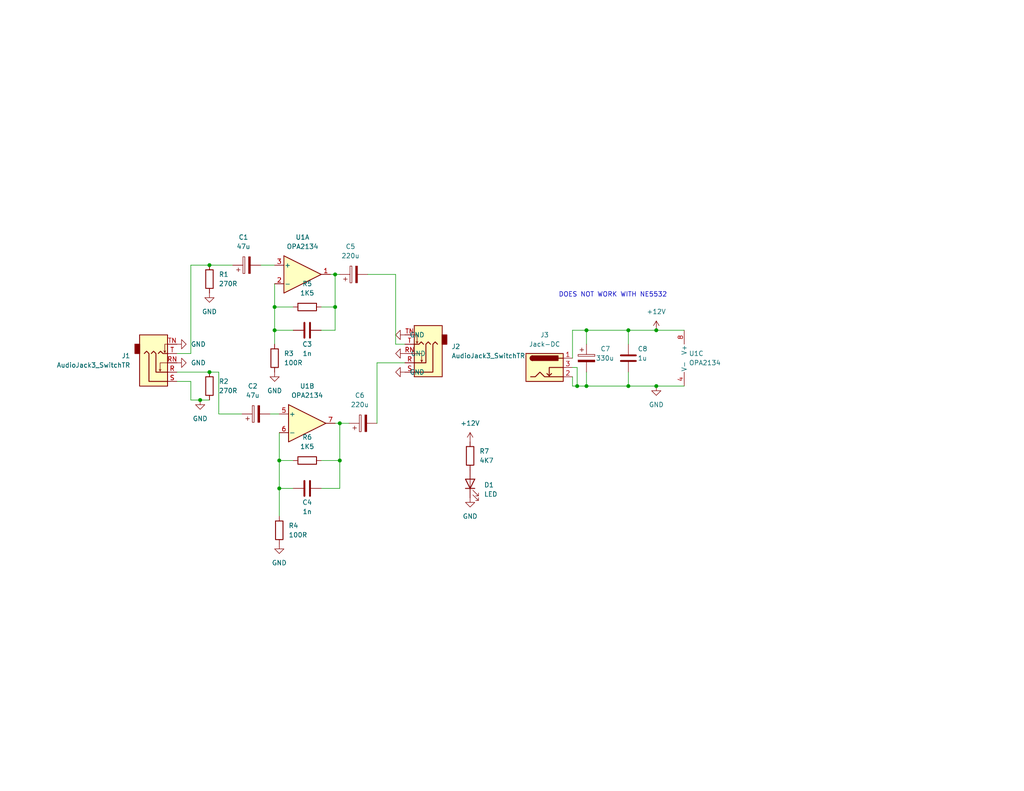
<source format=kicad_sch>
(kicad_sch (version 20211123) (generator eeschema)
  (paper "USLetter")
  (title_block (title "RMoy Headphone Amplifier") (rev "A"))
  (lib_symbols
    (symbol "Amplifier_Operational:OPA2134" (pin_names (offset 0.127))
      (property "Reference" "U" (at 0 5.08 0))
      (property "Value" "OPA2134" (at 0 -5.08 0))
      (symbol "OPA2134_1_1"
        (polyline (pts (xy -5.08 5.08) (xy 5.08 0) (xy -5.08 -5.08) (xy -5.08 5.08)) (stroke (width 0.254)) (fill (type background)))
        (pin output line (at 7.62 0 180) (length 2.54) (name "~") (number "1"))
        (pin input line (at -7.62 -2.54 0) (length 2.54) (name "-") (number "2"))
        (pin input line (at -7.62 2.54 0) (length 2.54) (name "+") (number "3"))
      )
      (symbol "OPA2134_2_1"
        (polyline (pts (xy -5.08 5.08) (xy 5.08 0) (xy -5.08 -5.08) (xy -5.08 5.08)) (stroke (width 0.254)) (fill (type background)))
        (pin input line (at -7.62 2.54 0) (length 2.54) (name "+") (number "5"))
        (pin input line (at -7.62 -2.54 0) (length 2.54) (name "-") (number "6"))
        (pin output line (at 7.62 0 180) (length 2.54) (name "~") (number "7"))
      )
      (symbol "OPA2134_3_1"
        (pin power_in line (at -2.54 -7.62 90) (length 3.81) (name "V-") (number "4"))
        (pin power_in line (at -2.54 7.62 270) (length 3.81) (name "V+") (number "8"))
      )
    )
    (symbol "Connector:AudioJack3_SwitchTR"
      (property "Reference" "J" (at 0 8.89 0))
      (property "Value" "AudioJack3_SwitchTR" (at 0 6.35 0))
      (symbol "AudioJack3_SwitchTR_0_1"
        (rectangle (start -5.08 -5.08) (end -6.35 -7.62) (stroke (width 0.254)) (fill (type outline)))
        (polyline (pts (xy 0.508 -0.254) (xy 0.762 -0.762)))
        (polyline (pts (xy 1.778 -5.334) (xy 2.032 -5.842)))
        (polyline (pts (xy 0 -5.08) (xy 0.635 -5.715) (xy 1.27 -5.08) (xy 2.54 -5.08)) (stroke (width 0.254)))
        (polyline (pts (xy 2.54 -7.62) (xy 1.778 -7.62) (xy 1.778 -5.334) (xy 1.524 -5.842)))
        (polyline (pts (xy 2.54 -2.54) (xy 0.508 -2.54) (xy 0.508 -0.254) (xy 0.254 -0.762)))
        (polyline (pts (xy -1.905 -5.08) (xy -1.27 -5.715) (xy -0.635 -5.08) (xy -0.635 0) (xy 2.54 0)) (stroke (width 0.254)))
        (polyline (pts (xy 2.54 2.54) (xy -2.54 2.54) (xy -2.54 -5.08) (xy -3.175 -5.715) (xy -3.81 -5.08)) (stroke (width 0.254)))
        (rectangle (start 2.54 3.81) (end -5.08 -10.16) (stroke (width 0.254)) (fill (type background)))
      )
      (symbol "AudioJack3_SwitchTR_1_1"
        (pin passive line (at 5.08 0 180) (length 2.54) (name "~") (number "R"))
        (pin passive line (at 5.08 -2.54 180) (length 2.54) (name "~") (number "RN"))
        (pin passive line (at 5.08 2.54 180) (length 2.54) (name "~") (number "S"))
        (pin passive line (at 5.08 -5.08 180) (length 2.54) (name "~") (number "T"))
        (pin passive line (at 5.08 -7.62 180) (length 2.54) (name "~") (number "TN"))
      )
    )
    (symbol "Connector:Barrel_Jack_Switch" (pin_names hide)
      (property "Reference" "J" (at 0 5.334 0))
      (property "Value" "Barrel_Jack_Switch" (at 0 -5.08 0))
      (symbol "Barrel_Jack_Switch_0_1"
        (rectangle (start -5.08 3.81) (end 5.08 -3.81) (stroke (width 0.254)) (fill (type background)))
        (arc (start -3.302 3.175) (mid -3.937 2.54) (end -3.302 1.905) (stroke (width 0.254)))
        (arc (start -3.302 3.175) (mid -3.937 2.54) (end -3.302 1.905) (stroke (width 0.254)) (fill (type outline)))
        (polyline (pts (xy 1.27 -2.286) (xy 1.905 -1.651)) (stroke (width 0.254)))
        (polyline (pts (xy 5.08 2.54) (xy 3.81 2.54)) (stroke (width 0.254)))
        (polyline (pts (xy 5.08 0) (xy 1.27 0) (xy 1.27 -2.286) (xy 0.635 -1.651)) (stroke (width 0.254)))
        (polyline (pts (xy -3.81 -2.54) (xy -2.54 -2.54) (xy -1.27 -1.27) (xy 0 -2.54) (xy 2.54 -2.54) (xy 5.08 -2.54)) (stroke (width 0.254)))
        (rectangle (start 3.683 3.175) (end -3.302 1.905) (stroke (width 0.254)) (fill (type outline)))
      )
      (symbol "Barrel_Jack_Switch_1_1"
        (pin passive line (at 7.62 2.54 180) (length 2.54) (name "~") (number "1"))
        (pin passive line (at 7.62 -2.54 180) (length 2.54) (name "~") (number "2"))
        (pin passive line (at 7.62 0 180) (length 2.54) (name "~") (number "3"))
      )
    )
    (symbol "Device:C" (pin_numbers hide) (pin_names (offset 0.254))
      (property "Reference" "C" (at 0.635 2.54 0))
      (property "Value" "C" (at 0.635 -2.54 0))
      (symbol "C_0_1"
        (polyline (pts (xy -2.032 -0.762) (xy 2.032 -0.762)) (stroke (width 0.508)))
        (polyline (pts (xy -2.032 0.762) (xy 2.032 0.762)) (stroke (width 0.508)))
      )
      (symbol "C_1_1"
        (pin passive line (at 0 3.81 270) (length 2.794) (name "~") (number "1"))
        (pin passive line (at 0 -3.81 90) (length 2.794) (name "~") (number "2"))
      )
    )
    (symbol "Device:C_Polarized" (pin_numbers hide) (pin_names (offset 0.254))
      (property "Reference" "C" (at 0.635 2.54 0))
      (property "Value" "C_Polarized" (at 0.635 -2.54 0))
      (symbol "C_Polarized_0_1"
        (rectangle (start -2.286 0.508) (end 2.286 1.016))
        (polyline (pts (xy -1.778 2.286) (xy -0.762 2.286)))
        (polyline (pts (xy -1.27 2.794) (xy -1.27 1.778)))
        (rectangle (start 2.286 -0.508) (end -2.286 -1.016) (fill (type outline)))
      )
      (symbol "C_Polarized_1_1"
        (pin passive line (at 0 3.81 270) (length 2.794) (name "~") (number "1"))
        (pin passive line (at 0 -3.81 90) (length 2.794) (name "~") (number "2"))
      )
    )
    (symbol "Device:LED" (pin_numbers hide) (pin_names (offset 1.016) hide)
      (property "Reference" "D" (at 0 2.54 0))
      (property "Value" "LED" (at 0 -2.54 0))
      (symbol "LED_0_1"
        (polyline (pts (xy -1.27 -1.27) (xy -1.27 1.27)) (stroke (width 0.254)))
        (polyline (pts (xy -1.27 0) (xy 1.27 0)))
        (polyline (pts (xy 1.27 -1.27) (xy 1.27 1.27) (xy -1.27 0) (xy 1.27 -1.27)) (stroke (width 0.254)))
        (polyline (pts (xy -3.048 -0.762) (xy -4.572 -2.286) (xy -3.81 -2.286) (xy -4.572 -2.286) (xy -4.572 -1.524)))
        (polyline (pts (xy -1.778 -0.762) (xy -3.302 -2.286) (xy -2.54 -2.286) (xy -3.302 -2.286) (xy -3.302 -1.524)))
      )
      (symbol "LED_1_1"
        (pin passive line (at -3.81 0 0) (length 2.54) (name "K") (number "1"))
        (pin passive line (at 3.81 0 180) (length 2.54) (name "A") (number "2"))
      )
    )
    (symbol "Device:R" (pin_numbers hide) (pin_names (offset 0))
      (property "Reference" "R" (at 2.032 0 90))
      (property "Value" "R" (at 0 0 90))
      (symbol "R_0_1"
        (rectangle (start -1.016 -2.54) (end 1.016 2.54) (stroke (width 0.254)))
      )
      (symbol "R_1_1"
        (pin passive line (at 0 3.81 270) (length 1.27) (name "~") (number "1"))
        (pin passive line (at 0 -3.81 90) (length 1.27) (name "~") (number "2"))
      )
    )
    (symbol "power:+12V" (power) (pin_names (offset 0))
      (property "Value" "+12V" (at 0 3.556 0))
      (symbol "+12V_0_1"
        (polyline (pts (xy -0.762 1.27) (xy 0 2.54)))
        (polyline (pts (xy 0 0) (xy 0 2.54)))
        (polyline (pts (xy 0 2.54) (xy 0.762 1.27)))
      )
      (symbol "+12V_1_1"
        (pin power_in line (at 0 0 90) (length 0) hide (name "+12V") (number "1"))
      )
    )
    (symbol "power:GND" (power) (pin_names (offset 0))
      (property "Value" "GND" (at 0 -3.81 0))
      (symbol "GND_0_1"
        (polyline (pts (xy 0 0) (xy 0 -1.27) (xy 1.27 -1.27) (xy 0 -2.54) (xy -1.27 -1.27) (xy 0 -1.27)))
      )
      (symbol "GND_1_1"
        (pin power_in line (at 0 0 270) (length 0) hide (name "GND") (number "1"))
      )
    )
  )
  (junction (at 54.61 109.22))
  (junction (at 179.07 90.17))
  (junction (at 171.45 90.17))
  (junction (at 160.02 105.41))
  (junction (at 92.71 115.57))
  (junction (at 76.2 133.35))
  (junction (at 171.45 105.41))
  (junction (at 92.71 125.73))
  (junction (at 91.44 83.82))
  (junction (at 179.07 105.41))
  (junction (at 57.15 72.39))
  (junction (at 160.02 90.17))
  (junction (at 74.93 83.82))
  (junction (at 157.48 105.41))
  (junction (at 57.15 101.6))
  (junction (at 74.93 90.17))
  (junction (at 76.2 125.73))
  (junction (at 91.44 74.93))
  (wire (pts (xy 74.93 83.82) (xy 74.93 77.47)))
  (wire (pts (xy 179.07 105.41) (xy 171.45 105.41)))
  (wire (pts (xy 91.44 83.82) (xy 87.63 83.82)))
  (wire (pts (xy 157.48 105.41) (xy 160.02 105.41)))
  (wire (pts (xy 156.21 90.17) (xy 156.21 97.79)))
  (wire (pts (xy 48.26 96.52) (xy 52.07 96.52)))
  (wire (pts (xy 57.15 72.39) (xy 52.07 72.39)))
  (wire (pts (xy 71.12 72.39) (xy 74.93 72.39)))
  (wire (pts (xy 186.69 105.41) (xy 179.07 105.41)))
  (wire (pts (xy 91.44 74.93) (xy 91.44 83.82)))
  (wire (pts (xy 74.93 90.17) (xy 74.93 93.98)))
  (wire (pts (xy 91.44 115.57) (xy 92.71 115.57)))
  (wire (pts (xy 107.95 93.98) (xy 110.49 93.98)))
  (wire (pts (xy 160.02 101.6) (xy 160.02 105.41)))
  (wire (pts (xy 54.61 109.22) (xy 57.15 109.22)))
  (wire (pts (xy 48.26 104.14) (xy 52.07 104.14)))
  (wire (pts (xy 156.21 105.41) (xy 157.48 105.41)))
  (wire (pts (xy 92.71 115.57) (xy 92.71 125.73)))
  (wire (pts (xy 59.69 113.03) (xy 66.04 113.03)))
  (wire (pts (xy 102.87 99.06) (xy 110.49 99.06)))
  (wire (pts (xy 76.2 133.35) (xy 76.2 140.97)))
  (wire (pts (xy 80.01 83.82) (xy 74.93 83.82)))
  (wire (pts (xy 76.2 125.73) (xy 76.2 133.35)))
  (wire (pts (xy 57.15 101.6) (xy 59.69 101.6)))
  (wire (pts (xy 91.44 83.82) (xy 91.44 90.17)))
  (wire (pts (xy 48.26 101.6) (xy 57.15 101.6)))
  (wire (pts (xy 171.45 90.17) (xy 179.07 90.17)))
  (wire (pts (xy 160.02 90.17) (xy 171.45 90.17)))
  (wire (pts (xy 52.07 109.22) (xy 54.61 109.22)))
  (wire (pts (xy 92.71 125.73) (xy 87.63 125.73)))
  (wire (pts (xy 52.07 72.39) (xy 52.07 96.52)))
  (wire (pts (xy 102.87 99.06) (xy 102.87 115.57)))
  (wire (pts (xy 107.95 74.93) (xy 107.95 93.98)))
  (wire (pts (xy 171.45 90.17) (xy 171.45 93.98)))
  (wire (pts (xy 76.2 125.73) (xy 76.2 118.11)))
  (wire (pts (xy 171.45 105.41) (xy 171.45 101.6)))
  (wire (pts (xy 100.33 74.93) (xy 107.95 74.93)))
  (wire (pts (xy 91.44 90.17) (xy 87.63 90.17)))
  (wire (pts (xy 87.63 133.35) (xy 92.71 133.35)))
  (wire (pts (xy 52.07 104.14) (xy 52.07 109.22)))
  (wire (pts (xy 157.48 100.33) (xy 157.48 105.41)))
  (wire (pts (xy 80.01 125.73) (xy 76.2 125.73)))
  (wire (pts (xy 80.01 90.17) (xy 74.93 90.17)))
  (wire (pts (xy 91.44 74.93) (xy 92.71 74.93)))
  (wire (pts (xy 59.69 101.6) (xy 59.69 113.03)))
  (wire (pts (xy 76.2 133.35) (xy 80.01 133.35)))
  (wire (pts (xy 160.02 105.41) (xy 171.45 105.41)))
  (wire (pts (xy 74.93 90.17) (xy 74.93 83.82)))
  (wire (pts (xy 156.21 105.41) (xy 156.21 102.87)))
  (wire (pts (xy 156.21 100.33) (xy 157.48 100.33)))
  (wire (pts (xy 92.71 133.35) (xy 92.71 125.73)))
  (wire (pts (xy 73.66 113.03) (xy 76.2 113.03)))
  (wire (pts (xy 57.15 72.39) (xy 63.5 72.39)))
  (wire (pts (xy 156.21 90.17) (xy 160.02 90.17)))
  (wire (pts (xy 92.71 115.57) (xy 95.25 115.57)))
  (wire (pts (xy 179.07 90.17) (xy 186.69 90.17)))
  (wire (pts (xy 160.02 90.17) (xy 160.02 93.98)))
  (wire (pts (xy 90.17 74.93) (xy 91.44 74.93)))
  (text "DOES NOT WORK WITH NE5532" (at 152.4 81.28 0) (effects (font (size 1.27 1.27)) (justify left bottom)))
  (symbol (lib_id "Device:C_Polarized") (at 160.02 97.79 0) (unit 1)
    (property "Reference" "C7" (at 163.83 95.25 0) (effects (justify left)))
    (property "Value" "330u" (at 162.56 97.79 0) (effects (justify left)))
    (property "Footprint" "Capacitor_THT:CP_Radial_D10.0mm_P5.00mm" (effects hide))
  )
  (symbol (lib_id "Device:R") (at 57.15 76.2 0) (unit 1)
    (property "Reference" "R1" (at 59.69 74.9299 0) (effects (justify left)))
    (property "Value" "270R" (at 59.69 77.4699 0) (effects (justify left)))
    (property "Footprint" "Resistor_THT:R_Axial_DIN0207_L6.3mm_D2.5mm_P10.16mm_Horizontal" (effects hide))
  )
  (symbol (lib_id "Device:C_Polarized") (at 67.31 72.39 90) (unit 1)
    (property "Reference" "C1" (at 66.421 64.77 90))
    (property "Value" "47u" (at 66.421 67.31 90))
    (property "Footprint" "Capacitor_THT:CP_Radial_D5.0mm_P2.00mm" (effects hide))
  )
  (symbol (lib_id "power:GND") (at 179.07 105.41 0) (unit 1)
    (property "Reference" "#PWR07" (effects hide))
    (property "Value" "GND" (at 179.07 110.49 0))
  )
  (symbol (lib_id "Device:C_Polarized") (at 96.52 74.93 90) (unit 1)
    (property "Reference" "C5" (at 95.631 67.31 90))
    (property "Value" "220u" (at 95.631 69.85 90))
    (property "Footprint" "Capacitor_THT:CP_Radial_D8.0mm_P3.50mm" (effects hide))
  )
  (symbol (lib_id "power:GND") (at 74.93 101.6 0) (unit 1)
    (property "Reference" "#PWR03" (effects hide))
    (property "Value" "GND" (at 74.93 106.68 0))
  )
  (symbol (lib_id "Device:C") (at 171.45 97.79 180) (unit 1)
    (property "Reference" "C8" (at 173.99 95.25 0) (effects (justify right)))
    (property "Value" "1u" (at 173.99 97.79 0) (effects (justify right)))
    (property "Footprint" "Capacitor_THT:C_Rect_L4.6mm_W5.5mm_P2.50mm_MKS02_FKP02" (effects hide))
  )
  (symbol (lib_id "Device:C") (at 83.82 133.35 90) (unit 1)
    (property "Reference" "C4" (at 83.82 137.16 90))
    (property "Value" "1n" (at 83.82 139.7 90))
    (property "Footprint" "Capacitor_THT:C_Rect_L7.2mm_W2.5mm_P5.00mm_FKS2_FKP2_MKS2_MKP2" (effects hide))
  )
  (symbol (lib_id "power:GND") (at 76.2 148.59 0) (unit 1)
    (property "Reference" "#PWR04" (effects hide))
    (property "Value" "GND" (at 76.2 153.67 0))
  )
  (symbol (lib_id "Device:LED") (at 128.27 132.08 90) (unit 1)
    (property "Reference" "D1" (at 132.08 132.3974 90) (effects (justify right)))
    (property "Value" "LED" (at 132.08 134.9374 90) (effects (justify right)))
    (property "Footprint" "LED_THT:LED_D5.0mm" (effects hide))
  )
  (symbol (lib_id "Connector:AudioJack3_SwitchTR") (at 115.57 99.06 180) (unit 1)
    (property "Reference" "J2" (at 123.19 94.6149 0) (effects (justify right)))
    (property "Value" "AudioJack3_SwitchTR" (at 123.19 97.1549 0) (effects (justify right)))
    (property "Footprint" "Connector_Audio:Jack_3.5mm_CUI_SJ1-3535NG_Horizontal_CircularHoles" (effects hide))
  )
  (symbol (lib_id "Device:R") (at 83.82 83.82 270) (unit 1)
    (property "Reference" "R5" (at 83.82 77.47 90))
    (property "Value" "1K5" (at 83.82 80.01 90))
    (property "Footprint" "Resistor_THT:R_Axial_DIN0207_L6.3mm_D2.5mm_P10.16mm_Horizontal" (effects hide))
  )
  (symbol (lib_id "Connector:Barrel_Jack_Switch") (at 148.59 100.33 0) (unit 1)
    (property "Reference" "J3" (at 148.59 91.44 0))
    (property "Value" "Jack-DC" (at 148.59 93.98 0))
    (property "Footprint" "Connector_BarrelJack:BarrelJack_CUI_PJ-102AH_Horizontal" (effects hide))
  )
  (symbol (lib_id "power:GND") (at 110.49 91.44 270) (unit 1)
    (property "Reference" "#PWR010" (effects hide))
    (property "Value" "GND" (at 111.76 91.4399 90) (effects (justify left)))
  )
  (symbol (lib_id "power:GND") (at 110.49 101.6 270) (unit 1)
    (property "Reference" "#PWR011" (effects hide))
    (property "Value" "GND" (at 111.76 101.5999 90) (effects (justify left)))
  )
  (symbol (lib_id "Device:C") (at 83.82 90.17 90) (unit 1)
    (property "Reference" "C3" (at 83.82 93.98 90))
    (property "Value" "1n" (at 83.82 96.52 90))
    (property "Footprint" "Capacitor_THT:C_Rect_L7.2mm_W2.5mm_P5.00mm_FKS2_FKP2_MKS2_MKP2" (effects hide))
  )
  (symbol (lib_id "power:GND") (at 128.27 135.89 0) (unit 1)
    (property "Reference" "#PWR013" (effects hide))
    (property "Value" "GND" (at 128.27 140.97 0))
  )
  (symbol (lib_id "Device:R") (at 76.2 144.78 0) (unit 1)
    (property "Reference" "R4" (at 78.74 143.5099 0) (effects (justify left)))
    (property "Value" "100R" (at 78.74 146.0499 0) (effects (justify left)))
    (property "Footprint" "Resistor_THT:R_Axial_DIN0207_L6.3mm_D2.5mm_P10.16mm_Horizontal" (effects hide))
  )
  (symbol (lib_id "power:GND") (at 57.15 80.01 0) (unit 1)
    (property "Reference" "#PWR02" (effects hide))
    (property "Value" "GND" (at 57.15 85.09 0))
  )
  (symbol (lib_id "Connector:AudioJack3_SwitchTR") (at 43.18 101.6 0) (mirror x) (unit 1)
    (property "Reference" "J1" (at 35.56 97.1549 0) (effects (justify right)))
    (property "Value" "AudioJack3_SwitchTR" (at 35.56 99.6949 0) (effects (justify right)))
    (property "Footprint" "Connector_Audio:Jack_3.5mm_CUI_SJ1-3535NG_Horizontal_CircularHoles" (effects hide))
  )
  (symbol (lib_id "Device:R") (at 57.15 105.41 0) (unit 1)
    (property "Reference" "R2" (at 59.69 104.1399 0) (effects (justify left)))
    (property "Value" "270R" (at 59.69 106.6799 0) (effects (justify left)))
    (property "Footprint" "Resistor_THT:R_Axial_DIN0207_L6.3mm_D2.5mm_P10.16mm_Horizontal" (effects hide))
  )
  (symbol (lib_id "power:GND") (at 110.49 96.52 270) (unit 1)
    (property "Reference" "#PWR09" (effects hide))
    (property "Value" "GND" (at 112.0733 96.5199 90) (effects (justify left)))
  )
  (symbol (lib_id "Device:C_Polarized") (at 99.06 115.57 90) (unit 1)
    (property "Reference" "C6" (at 98.171 107.95 90))
    (property "Value" "220u" (at 98.171 110.49 90))
    (property "Footprint" "Capacitor_THT:CP_Radial_D8.0mm_P3.50mm" (effects hide))
  )
  (symbol (lib_id "Device:R") (at 74.93 97.79 180) (unit 1)
    (property "Reference" "R3" (at 77.47 96.5199 0) (effects (justify right)))
    (property "Value" "100R" (at 77.47 99.0599 0) (effects (justify right)))
    (property "Footprint" "Resistor_THT:R_Axial_DIN0207_L6.3mm_D2.5mm_P10.16mm_Horizontal" (effects hide))
  )
  (symbol (lib_id "power:GND") (at 48.26 99.06 90) (unit 1)
    (property "Reference" "#PWR08" (effects hide))
    (property "Value" "GND" (at 52.07 99.0599 90) (effects (justify right)))
  )
  (symbol (lib_id "power:GND") (at 48.26 93.98 90) (unit 1)
    (property "Reference" "#PWR05" (effects hide))
    (property "Value" "GND" (at 52.07 93.9799 90) (effects (justify right)))
  )
  (symbol (lib_id "Device:R") (at 83.82 125.73 270) (unit 1)
    (property "Reference" "R6" (at 83.82 119.38 90))
    (property "Value" "1K5" (at 83.82 121.92 90))
    (property "Footprint" "Resistor_THT:R_Axial_DIN0207_L6.3mm_D2.5mm_P10.16mm_Horizontal" (effects hide))
  )
  (symbol (lib_id "power:GND") (at 54.61 109.22 0) (unit 1)
    (property "Reference" "#PWR01" (effects hide))
    (property "Value" "GND" (at 54.61 114.3 0))
  )
  (symbol (lib_id "Amplifier_Operational:OPA2134") (at 82.55 74.93 0) (unit 1)
    (property "Reference" "U1" (at 82.55 64.77 0))
    (property "Value" "OPA2134" (at 82.55 67.31 0))
    (property "Footprint" "Package_DIP:DIP-8_W7.62mm_Socket" (effects hide))
    (property "Datasheet" "http://www.ti.com/lit/ds/symlink/opa134.pdf" (effects hide))
  )
  (symbol (lib_id "Amplifier_Operational:OPA2134") (at 83.82 115.57 0) (unit 2)
    (property "Reference" "U1" (at 83.82 105.41 0))
    (property "Value" "OPA2134" (at 83.82 107.95 0))
    (property "Footprint" "Package_DIP:DIP-8_W7.62mm_Socket" (effects hide))
    (property "Datasheet" "http://www.ti.com/lit/ds/symlink/opa134.pdf" (effects hide))
  )
  (symbol (lib_id "Device:R") (at 128.27 124.46 0) (unit 1)
    (property "Reference" "R7" (at 130.81 123.1899 0) (effects (justify left)))
    (property "Value" "4K7" (at 130.81 125.7299 0) (effects (justify left)))
    (property "Footprint" "Resistor_THT:R_Axial_DIN0207_L6.3mm_D2.5mm_P10.16mm_Horizontal" (effects hide))
  )
  (symbol (lib_id "power:+12V") (at 179.07 90.17 0) (unit 1)
    (property "Reference" "#PWR06" (effects hide))
    (property "Value" "+12V" (at 179.07 85.09 0))
  )
  (symbol (lib_id "Amplifier_Operational:OPA2134") (at 189.23 97.79 0) (unit 3)
    (property "Reference" "U1" (at 187.96 96.5199 0) (effects (justify left)))
    (property "Value" "OPA2134" (at 187.96 99.0599 0) (effects (justify left)))
    (property "Footprint" "Package_DIP:DIP-8_W7.62mm_Socket" (effects hide))
    (property "Datasheet" "http://www.ti.com/lit/ds/symlink/opa134.pdf" (effects hide))
  )
  (symbol (lib_id "Device:C_Polarized") (at 69.85 113.03 90) (unit 1)
    (property "Reference" "C2" (at 68.961 105.41 90))
    (property "Value" "47u" (at 68.961 107.95 90))
    (property "Footprint" "Capacitor_THT:CP_Radial_D5.0mm_P2.00mm" (effects hide))
  )
  (symbol (lib_id "power:+12V") (at 128.27 120.65 0) (unit 1)
    (property "Reference" "#PWR012" (effects hide))
    (property "Value" "+12V" (at 128.27 115.57 0))
  )
)
</source>
